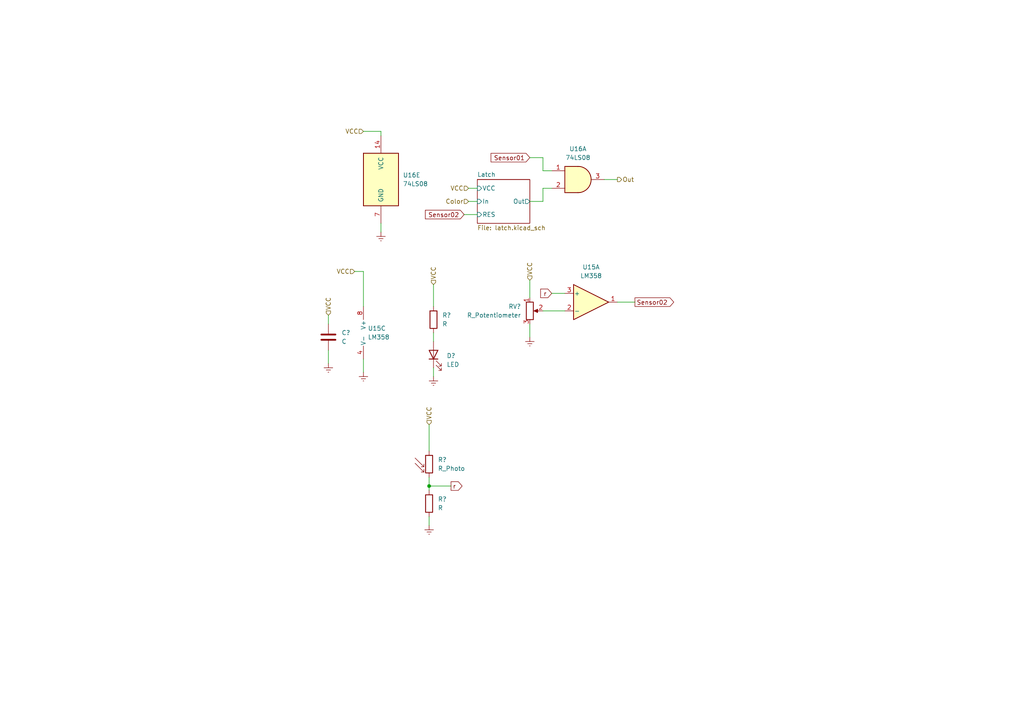
<source format=kicad_sch>
(kicad_sch (version 20230121) (generator eeschema)
  (paper "A4")
  (lib_symbols
    (symbol "74xx:74LS08" (pin_names (offset 1.016))
      (property "Reference" "U" (at 0 1.27 0))
      (property "Value" "74LS08" (at 0 -1.27 0))
      (symbol "74LS08_1_1"
        (arc (start 0 -3.81) (mid 3.7934 0) (end 0 3.81) (stroke (width 0.254)) (fill (type background)))
        (polyline (pts (xy 0 3.81) (xy -3.81 3.81) (xy -3.81 -3.81) (xy 0 -3.81)) (stroke (width 0.254)) (fill (type background)))
        (pin input line (at -7.62 2.54 0) (length 3.81) (name "~") (number "1"))
        (pin input line (at -7.62 -2.54 0) (length 3.81) (name "~") (number "2"))
        (pin output line (at 7.62 0 180) (length 3.81) (name "~") (number "3"))
      )
      (symbol "74LS08_1_2"
        (arc (start -3.81 -3.81) (mid -2.589 0) (end -3.81 3.81) (stroke (width 0.254)))
        (arc (start -0.6096 -3.81) (mid 2.1842 -2.5851) (end 3.81 0) (stroke (width 0.254)) (fill (type background)))
        (polyline (pts (xy -3.81 -3.81) (xy -0.635 -3.81)) (stroke (width 0.254)) (fill (type background)))
        (polyline (pts (xy -3.81 3.81) (xy -0.635 3.81)) (stroke (width 0.254)) (fill (type background)))
        (polyline (pts (xy -0.635 3.81) (xy -3.81 3.81) (xy -3.81 3.81) (xy -3.556 3.4036) (xy -3.0226 2.2606) (xy -2.6924 1.0414) (xy -2.6162 -0.254) (xy -2.7686 -1.4986) (xy -3.175 -2.7178) (xy -3.81 -3.81) (xy -3.81 -3.81) (xy -0.635 -3.81)) (stroke (width -25.4)) (fill (type background)))
        (arc (start 3.81 0) (mid 2.1915 2.5936) (end -0.6096 3.81) (stroke (width 0.254)) (fill (type background)))
        (pin input inverted (at -7.62 2.54 0) (length 4.318) (name "~") (number "1"))
        (pin input inverted (at -7.62 -2.54 0) (length 4.318) (name "~") (number "2"))
        (pin output inverted (at 7.62 0 180) (length 3.81) (name "~") (number "3"))
      )
      (symbol "74LS08_2_1"
        (arc (start 0 -3.81) (mid 3.7934 0) (end 0 3.81) (stroke (width 0.254)) (fill (type background)))
        (polyline (pts (xy 0 3.81) (xy -3.81 3.81) (xy -3.81 -3.81) (xy 0 -3.81)) (stroke (width 0.254)) (fill (type background)))
        (pin input line (at -7.62 2.54 0) (length 3.81) (name "~") (number "4"))
        (pin input line (at -7.62 -2.54 0) (length 3.81) (name "~") (number "5"))
        (pin output line (at 7.62 0 180) (length 3.81) (name "~") (number "6"))
      )
      (symbol "74LS08_2_2"
        (arc (start -3.81 -3.81) (mid -2.589 0) (end -3.81 3.81) (stroke (width 0.254)))
        (arc (start -0.6096 -3.81) (mid 2.1842 -2.5851) (end 3.81 0) (stroke (width 0.254)) (fill (type background)))
        (polyline (pts (xy -3.81 -3.81) (xy -0.635 -3.81)) (stroke (width 0.254)) (fill (type background)))
        (polyline (pts (xy -3.81 3.81) (xy -0.635 3.81)) (stroke (width 0.254)) (fill (type background)))
        (polyline (pts (xy -0.635 3.81) (xy -3.81 3.81) (xy -3.81 3.81) (xy -3.556 3.4036) (xy -3.0226 2.2606) (xy -2.6924 1.0414) (xy -2.6162 -0.254) (xy -2.7686 -1.4986) (xy -3.175 -2.7178) (xy -3.81 -3.81) (xy -3.81 -3.81) (xy -0.635 -3.81)) (stroke (width -25.4)) (fill (type background)))
        (arc (start 3.81 0) (mid 2.1915 2.5936) (end -0.6096 3.81) (stroke (width 0.254)) (fill (type background)))
        (pin input inverted (at -7.62 2.54 0) (length 4.318) (name "~") (number "4"))
        (pin input inverted (at -7.62 -2.54 0) (length 4.318) (name "~") (number "5"))
        (pin output inverted (at 7.62 0 180) (length 3.81) (name "~") (number "6"))
      )
      (symbol "74LS08_3_1"
        (arc (start 0 -3.81) (mid 3.7934 0) (end 0 3.81) (stroke (width 0.254)) (fill (type background)))
        (polyline (pts (xy 0 3.81) (xy -3.81 3.81) (xy -3.81 -3.81) (xy 0 -3.81)) (stroke (width 0.254)) (fill (type background)))
        (pin input line (at -7.62 -2.54 0) (length 3.81) (name "~") (number "10"))
        (pin output line (at 7.62 0 180) (length 3.81) (name "~") (number "8"))
        (pin input line (at -7.62 2.54 0) (length 3.81) (name "~") (number "9"))
      )
      (symbol "74LS08_3_2"
        (arc (start -3.81 -3.81) (mid -2.589 0) (end -3.81 3.81) (stroke (width 0.254)))
        (arc (start -0.6096 -3.81) (mid 2.1842 -2.5851) (end 3.81 0) (stroke (width 0.254)) (fill (type background)))
        (polyline (pts (xy -3.81 -3.81) (xy -0.635 -3.81)) (stroke (width 0.254)) (fill (type background)))
        (polyline (pts (xy -3.81 3.81) (xy -0.635 3.81)) (stroke (width 0.254)) (fill (type background)))
        (polyline (pts (xy -0.635 3.81) (xy -3.81 3.81) (xy -3.81 3.81) (xy -3.556 3.4036) (xy -3.0226 2.2606) (xy -2.6924 1.0414) (xy -2.6162 -0.254) (xy -2.7686 -1.4986) (xy -3.175 -2.7178) (xy -3.81 -3.81) (xy -3.81 -3.81) (xy -0.635 -3.81)) (stroke (width -25.4)) (fill (type background)))
        (arc (start 3.81 0) (mid 2.1915 2.5936) (end -0.6096 3.81) (stroke (width 0.254)) (fill (type background)))
        (pin input inverted (at -7.62 -2.54 0) (length 4.318) (name "~") (number "10"))
        (pin output inverted (at 7.62 0 180) (length 3.81) (name "~") (number "8"))
        (pin input inverted (at -7.62 2.54 0) (length 4.318) (name "~") (number "9"))
      )
      (symbol "74LS08_4_1"
        (arc (start 0 -3.81) (mid 3.7934 0) (end 0 3.81) (stroke (width 0.254)) (fill (type background)))
        (polyline (pts (xy 0 3.81) (xy -3.81 3.81) (xy -3.81 -3.81) (xy 0 -3.81)) (stroke (width 0.254)) (fill (type background)))
        (pin output line (at 7.62 0 180) (length 3.81) (name "~") (number "11"))
        (pin input line (at -7.62 2.54 0) (length 3.81) (name "~") (number "12"))
        (pin input line (at -7.62 -2.54 0) (length 3.81) (name "~") (number "13"))
      )
      (symbol "74LS08_4_2"
        (arc (start -3.81 -3.81) (mid -2.589 0) (end -3.81 3.81) (stroke (width 0.254)))
        (arc (start -0.6096 -3.81) (mid 2.1842 -2.5851) (end 3.81 0) (stroke (width 0.254)) (fill (type background)))
        (polyline (pts (xy -3.81 -3.81) (xy -0.635 -3.81)) (stroke (width 0.254)) (fill (type background)))
        (polyline (pts (xy -3.81 3.81) (xy -0.635 3.81)) (stroke (width 0.254)) (fill (type background)))
        (polyline (pts (xy -0.635 3.81) (xy -3.81 3.81) (xy -3.81 3.81) (xy -3.556 3.4036) (xy -3.0226 2.2606) (xy -2.6924 1.0414) (xy -2.6162 -0.254) (xy -2.7686 -1.4986) (xy -3.175 -2.7178) (xy -3.81 -3.81) (xy -3.81 -3.81) (xy -0.635 -3.81)) (stroke (width -25.4)) (fill (type background)))
        (arc (start 3.81 0) (mid 2.1915 2.5936) (end -0.6096 3.81) (stroke (width 0.254)) (fill (type background)))
        (pin output inverted (at 7.62 0 180) (length 3.81) (name "~") (number "11"))
        (pin input inverted (at -7.62 2.54 0) (length 4.318) (name "~") (number "12"))
        (pin input inverted (at -7.62 -2.54 0) (length 4.318) (name "~") (number "13"))
      )
      (symbol "74LS08_5_0"
        (pin power_in line (at 0 12.7 270) (length 5.08) (name "VCC") (number "14"))
        (pin power_in line (at 0 -12.7 90) (length 5.08) (name "GND") (number "7"))
      )
      (symbol "74LS08_5_1"
        (rectangle (start -5.08 7.62) (end 5.08 -7.62) (stroke (width 0.254)) (fill (type background)))
      )
    )
    (symbol "Amplifier_Operational:LM358" (pin_names (offset 0.127))
      (property "Reference" "U" (at 0 5.08 0))
      (property "Value" "LM358" (at 0 -5.08 0))
      (symbol "LM358_1_1"
        (polyline (pts (xy -5.08 5.08) (xy 5.08 0) (xy -5.08 -5.08) (xy -5.08 5.08)) (stroke (width 0.254)) (fill (type background)))
        (pin output line (at 7.62 0 180) (length 2.54) (name "~") (number "1"))
        (pin input line (at -7.62 -2.54 0) (length 2.54) (name "-") (number "2"))
        (pin input line (at -7.62 2.54 0) (length 2.54) (name "+") (number "3"))
      )
      (symbol "LM358_2_1"
        (polyline (pts (xy -5.08 5.08) (xy 5.08 0) (xy -5.08 -5.08) (xy -5.08 5.08)) (stroke (width 0.254)) (fill (type background)))
        (pin input line (at -7.62 2.54 0) (length 2.54) (name "+") (number "5"))
        (pin input line (at -7.62 -2.54 0) (length 2.54) (name "-") (number "6"))
        (pin output line (at 7.62 0 180) (length 2.54) (name "~") (number "7"))
      )
      (symbol "LM358_3_1"
        (pin power_in line (at -2.54 -7.62 90) (length 3.81) (name "V-") (number "4"))
        (pin power_in line (at -2.54 7.62 270) (length 3.81) (name "V+") (number "8"))
      )
    )
    (symbol "Device:C" (pin_numbers hide) (pin_names (offset 0.254))
      (property "Reference" "C" (at 0.635 2.54 0))
      (property "Value" "C" (at 0.635 -2.54 0))
      (symbol "C_0_1"
        (polyline (pts (xy -2.032 -0.762) (xy 2.032 -0.762)) (stroke (width 0.508)))
        (polyline (pts (xy -2.032 0.762) (xy 2.032 0.762)) (stroke (width 0.508)))
      )
      (symbol "C_1_1"
        (pin passive line (at 0 3.81 270) (length 2.794) (name "~") (number "1"))
        (pin passive line (at 0 -3.81 90) (length 2.794) (name "~") (number "2"))
      )
    )
    (symbol "Device:LED" (pin_numbers hide) (pin_names (offset 1.016) hide)
      (property "Reference" "D" (at 0 2.54 0))
      (property "Value" "LED" (at 0 -2.54 0))
      (symbol "LED_0_1"
        (polyline (pts (xy -1.27 -1.27) (xy -1.27 1.27)) (stroke (width 0.254)))
        (polyline (pts (xy -1.27 0) (xy 1.27 0)))
        (polyline (pts (xy 1.27 -1.27) (xy 1.27 1.27) (xy -1.27 0) (xy 1.27 -1.27)) (stroke (width 0.254)))
        (polyline (pts (xy -3.048 -0.762) (xy -4.572 -2.286) (xy -3.81 -2.286) (xy -4.572 -2.286) (xy -4.572 -1.524)))
        (polyline (pts (xy -1.778 -0.762) (xy -3.302 -2.286) (xy -2.54 -2.286) (xy -3.302 -2.286) (xy -3.302 -1.524)))
      )
      (symbol "LED_1_1"
        (pin passive line (at -3.81 0 0) (length 2.54) (name "K") (number "1"))
        (pin passive line (at 3.81 0 180) (length 2.54) (name "A") (number "2"))
      )
    )
    (symbol "Device:R" (pin_numbers hide) (pin_names (offset 0))
      (property "Reference" "R" (at 2.032 0 90))
      (property "Value" "R" (at 0 0 90))
      (symbol "R_0_1"
        (rectangle (start -1.016 -2.54) (end 1.016 2.54) (stroke (width 0.254)))
      )
      (symbol "R_1_1"
        (pin passive line (at 0 3.81 270) (length 1.27) (name "~") (number "1"))
        (pin passive line (at 0 -3.81 90) (length 1.27) (name "~") (number "2"))
      )
    )
    (symbol "Device:R_Photo" (pin_numbers hide) (pin_names (offset 0))
      (property "Reference" "R" (at 1.27 1.27 0))
      (property "Value" "R_Photo" (at 1.27 0 0))
      (symbol "R_Photo_0_1"
        (rectangle (start -1.016 2.54) (end 1.016 -2.54) (stroke (width 0.254)))
        (polyline (pts (xy -1.524 -2.286) (xy -4.064 0.254)))
        (polyline (pts (xy -1.524 -2.286) (xy -2.286 -2.286)))
        (polyline (pts (xy -1.524 -2.286) (xy -1.524 -1.524)))
        (polyline (pts (xy -1.524 -0.762) (xy -4.064 1.778)))
        (polyline (pts (xy -1.524 -0.762) (xy -2.286 -0.762)))
        (polyline (pts (xy -1.524 -0.762) (xy -1.524 0)))
      )
      (symbol "R_Photo_1_1"
        (pin passive line (at 0 3.81 270) (length 1.27) (name "~") (number "1"))
        (pin passive line (at 0 -3.81 90) (length 1.27) (name "~") (number "2"))
      )
    )
    (symbol "Device:R_Potentiometer" (pin_names (offset 1.016) hide)
      (property "Reference" "RV" (at -4.445 0 90))
      (property "Value" "R_Potentiometer" (at -2.54 0 90))
      (symbol "R_Potentiometer_0_1"
        (polyline (pts (xy 2.54 0) (xy 1.524 0)))
        (polyline (pts (xy 1.143 0) (xy 2.286 0.508) (xy 2.286 -0.508) (xy 1.143 0)) (fill (type outline)))
        (rectangle (start 1.016 2.54) (end -1.016 -2.54) (stroke (width 0.254)))
      )
      (symbol "R_Potentiometer_1_1"
        (pin passive line (at 0 3.81 270) (length 1.27) (name "1") (number "1"))
        (pin passive line (at 3.81 0 180) (length 1.27) (name "2") (number "2"))
        (pin passive line (at 0 -3.81 90) (length 1.27) (name "3") (number "3"))
      )
    )
    (symbol "power:Earth" (power) (pin_names (offset 0))
      (symbol "Earth_0_1"
        (polyline (pts (xy -0.635 -1.905) (xy 0.635 -1.905)))
        (polyline (pts (xy -0.127 -2.54) (xy 0.127 -2.54)))
        (polyline (pts (xy 0 -1.27) (xy 0 0)))
        (polyline (pts (xy 1.27 -1.27) (xy -1.27 -1.27)))
      )
      (symbol "Earth_1_1"
        (pin power_in line (at 0 0 270) (length 0) hide (name "Earth") (number "1"))
      )
    )
  )
  (junction (at 124.46 140.97))
  (wire (pts (xy 125.73 96.52) (xy 125.73 99.06)))
  (wire (pts (xy 153.67 93.98) (xy 153.67 97.79)))
  (wire (pts (xy 157.48 45.72) (xy 157.48 49.53)))
  (wire (pts (xy 105.41 78.74) (xy 105.41 88.9)))
  (wire (pts (xy 157.48 58.42) (xy 153.67 58.42)))
  (wire (pts (xy 124.46 123.19) (xy 124.46 130.81)))
  (wire (pts (xy 135.89 54.61) (xy 138.43 54.61)))
  (wire (pts (xy 124.46 140.97) (xy 124.46 142.24)))
  (wire (pts (xy 175.26 52.07) (xy 179.07 52.07)))
  (wire (pts (xy 124.46 149.86) (xy 124.46 152.4)))
  (wire (pts (xy 157.48 54.61) (xy 157.48 58.42)))
  (wire (pts (xy 105.41 104.14) (xy 105.41 107.95)))
  (wire (pts (xy 134.62 62.23) (xy 138.43 62.23)))
  (wire (pts (xy 157.48 49.53) (xy 160.02 49.53)))
  (wire (pts (xy 125.73 82.55) (xy 125.73 88.9)))
  (wire (pts (xy 135.89 58.42) (xy 138.43 58.42)))
  (wire (pts (xy 160.02 54.61) (xy 157.48 54.61)))
  (wire (pts (xy 110.49 64.77) (xy 110.49 67.31)))
  (wire (pts (xy 124.46 140.97) (xy 130.81 140.97)))
  (wire (pts (xy 153.67 45.72) (xy 157.48 45.72)))
  (wire (pts (xy 102.87 78.74) (xy 105.41 78.74)))
  (wire (pts (xy 95.25 101.6) (xy 95.25 105.41)))
  (wire (pts (xy 110.49 38.1) (xy 110.49 39.37)))
  (wire (pts (xy 179.07 87.63) (xy 184.15 87.63)))
  (wire (pts (xy 125.73 106.68) (xy 125.73 109.22)))
  (wire (pts (xy 157.48 90.17) (xy 163.83 90.17)))
  (wire (pts (xy 95.25 91.44) (xy 95.25 93.98)))
  (wire (pts (xy 160.02 85.09) (xy 163.83 85.09)))
  (wire (pts (xy 105.41 38.1) (xy 110.49 38.1)))
  (wire (pts (xy 153.67 81.28) (xy 153.67 86.36)))
  (wire (pts (xy 124.46 138.43) (xy 124.46 140.97)))
  (global_label "r" (shape output) (at 130.81 140.97 0) (property "Intersheetrefs" "${INTERSHEET_REFS}" (effects hide)))
  (global_label "Sensor01" (shape input) (at 153.67 45.72 180) (property "Intersheetrefs" "${INTERSHEET_REFS}" (effects hide)))
  (global_label "r" (shape input) (at 160.02 85.09 180) (property "Intersheetrefs" "${INTERSHEET_REFS}" (effects hide)))
  (global_label "Sensor02" (shape input) (at 134.62 62.23 180) (property "Intersheetrefs" "${INTERSHEET_REFS}" (effects hide)))
  (global_label "Sensor02" (shape output) (at 184.15 87.63 0) (property "Intersheetrefs" "${INTERSHEET_REFS}" (effects hide)))
  (hierarchical_label "VCC" (shape input) (at 124.46 123.19 90))
  (hierarchical_label "VCC" (shape input) (at 102.87 78.74 180))
  (hierarchical_label "VCC" (shape input) (at 135.89 54.61 180))
  (hierarchical_label "Color" (shape input) (at 135.89 58.42 180))
  (hierarchical_label "VCC" (shape input) (at 125.73 82.55 90))
  (hierarchical_label "Out" (shape output) (at 179.07 52.07 0))
  (hierarchical_label "VCC" (shape input) (at 105.41 38.1 180))
  (hierarchical_label "VCC" (shape input) (at 95.25 91.44 90))
  (hierarchical_label "VCC" (shape input) (at 153.67 81.28 90))
  (symbol (lib_id "power:Earth") (at 110.49 67.31 0) (unit 1)
    (property "Reference" "#PWR025" (effects hide))
    (property "Value" "Earth" (effects hide))
    (instances (project "color-sorter" (path "" (reference "#PWR025") (unit 1)) (path "" (reference "#PWR032") (unit 1)) (path "" (reference "#PWR039") (unit 1)) (path "" (reference "#PWR046") (unit 1)) (path "" (reference "#PWR053") (unit 1))))
  )
  (symbol (lib_id "power:Earth") (at 124.46 152.4 0) (unit 1)
    (property "Reference" "#PWR?" (effects hide))
    (property "Value" "Earth" (effects hide))
    (instances (project "color-sorter" (path "" (reference "#PWR?") (unit 1)) (path "" (reference "#PWR026") (unit 1)) (path "" (reference "#PWR033") (unit 1)) (path "" (reference "#PWR040") (unit 1)) (path "" (reference "#PWR047") (unit 1)) (path "" (reference "#PWR054") (unit 1))))
  )
  (symbol (lib_id "power:Earth") (at 95.25 105.41 0) (unit 1)
    (property "Reference" "#PWR?" (effects hide))
    (property "Value" "Earth" (effects hide))
    (instances (project "color-sorter" (path "" (reference "#PWR?") (unit 1)) (path "" (reference "#PWR?") (unit 1)) (path "" (reference "#PWR023") (unit 1)) (path "" (reference "#PWR030") (unit 1)) (path "" (reference "#PWR037") (unit 1)) (path "" (reference "#PWR044") (unit 1)) (path "" (reference "#PWR051") (unit 1))))
  )
  (symbol (lib_id "Device:C") (at 95.25 97.79 0) (unit 1)
    (property "Reference" "C?" (at 99.06 96.52 0) (effects (justify left)))
    (property "Value" "C" (at 99.06 99.06 0) (effects (justify left)))
    (instances (project "color-sorter" (path "" (reference "C?") (unit 1)) (path "" (reference "C?") (unit 1)) (path "" (reference "C5") (unit 1)) (path "" (reference "C6") (unit 1)) (path "" (reference "C7") (unit 1)) (path "" (reference "C8") (unit 1)) (path "" (reference "C9") (unit 1))))
  )
  (symbol (lib_id "power:Earth") (at 105.41 107.95 0) (unit 1)
    (property "Reference" "#PWR?" (effects hide))
    (property "Value" "Earth" (effects hide))
    (instances (project "color-sorter" (path "" (reference "#PWR?") (unit 1)) (path "" (reference "#PWR024") (unit 1)) (path "" (reference "#PWR031") (unit 1)) (path "" (reference "#PWR038") (unit 1)) (path "" (reference "#PWR045") (unit 1)) (path "" (reference "#PWR052") (unit 1))))
  )
  (symbol (lib_id "Device:LED") (at 125.73 102.87 90) (unit 1)
    (property "Reference" "D?" (at 129.54 103.1875 90) (effects (justify right)))
    (property "Value" "LED" (at 129.54 105.7275 90) (effects (justify right)))
    (instances (project "color-sorter" (path "" (reference "D?") (unit 1)) (path "" (reference "D4") (unit 1)) (path "" (reference "D5") (unit 1)) (path "" (reference "D6") (unit 1)) (path "" (reference "D7") (unit 1)) (path "" (reference "D8") (unit 1))))
  )
  (symbol (lib_id "Device:R") (at 124.46 146.05 0) (unit 1)
    (property "Reference" "R?" (at 127 144.78 0) (effects (justify left)))
    (property "Value" "R" (at 127 147.32 0) (effects (justify left)))
    (instances (project "color-sorter" (path "" (reference "R?") (unit 1)) (path "" (reference "R11") (unit 1)) (path "" (reference "R14") (unit 1)) (path "" (reference "R17") (unit 1)) (path "" (reference "R20") (unit 1)) (path "" (reference "R23") (unit 1))))
  )
  (symbol (lib_id "Device:R_Potentiometer") (at 153.67 90.17 0) (unit 1)
    (property "Reference" "RV?" (at 151.13 88.9 0) (effects (justify right)))
    (property "Value" "R_Potentiometer" (at 151.13 91.44 0) (effects (justify right)))
    (instances (project "color-sorter" (path "" (reference "RV?") (unit 1)) (path "" (reference "RV4") (unit 1)) (path "" (reference "RV5") (unit 1)) (path "" (reference "RV6") (unit 1)) (path "" (reference "RV7") (unit 1)) (path "" (reference "RV8") (unit 1))))
  )
  (symbol (lib_id "74xx:74LS08") (at 110.49 52.07 0) (unit 5)
    (property "Reference" "U16" (at 116.84 50.8 0) (effects (justify left)))
    (property "Value" "74LS08" (at 116.84 53.34 0) (effects (justify left)))
    (property "Datasheet" "http://www.ti.com/lit/gpn/sn74LS08" (effects hide))
    (instances (project "color-sorter" (path "" (reference "U16") (unit 5)) (path "" (reference "U19") (unit 5)) (path "" (reference "U22") (unit 5)) (path "" (reference "U25") (unit 5)) (path "" (reference "U28") (unit 5))))
  )
  (symbol (lib_id "power:Earth") (at 153.67 97.79 0) (unit 1)
    (property "Reference" "#PWR?" (effects hide))
    (property "Value" "Earth" (effects hide))
    (instances (project "color-sorter" (path "" (reference "#PWR?") (unit 1)) (path "" (reference "#PWR028") (unit 1)) (path "" (reference "#PWR035") (unit 1)) (path "" (reference "#PWR042") (unit 1)) (path "" (reference "#PWR049") (unit 1)) (path "" (reference "#PWR056") (unit 1))))
  )
  (symbol (lib_id "Device:R_Photo") (at 124.46 134.62 0) (unit 1)
    (property "Reference" "R?" (at 127 133.35 0) (effects (justify left)))
    (property "Value" "R_Photo" (at 127 135.89 0) (effects (justify left)))
    (instances (project "color-sorter" (path "" (reference "R?") (unit 1)) (path "" (reference "R10") (unit 1)) (path "" (reference "R13") (unit 1)) (path "" (reference "R16") (unit 1)) (path "" (reference "R19") (unit 1)) (path "" (reference "R22") (unit 1))))
  )
  (symbol (lib_id "Amplifier_Operational:LM358") (at 107.95 96.52 0) (unit 3)
    (property "Reference" "U15" (at 106.68 95.25 0) (effects (justify left)))
    (property "Value" "LM358" (at 106.68 97.79 0) (effects (justify left)))
    (property "Datasheet" "http://www.ti.com/lit/ds/symlink/lm2904-n.pdf" (effects hide))
    (instances (project "color-sorter" (path "" (reference "U15") (unit 3)) (path "" (reference "U18") (unit 3)) (path "" (reference "U21") (unit 3)) (path "" (reference "U24") (unit 3)) (path "" (reference "U27") (unit 3))))
  )
  (symbol (lib_id "power:Earth") (at 125.73 109.22 0) (unit 1)
    (property "Reference" "#PWR?" (effects hide))
    (property "Value" "Earth" (effects hide))
    (instances (project "color-sorter" (path "" (reference "#PWR?") (unit 1)) (path "" (reference "#PWR027") (unit 1)) (path "" (reference "#PWR034") (unit 1)) (path "" (reference "#PWR041") (unit 1)) (path "" (reference "#PWR048") (unit 1)) (path "" (reference "#PWR055") (unit 1))))
  )
  (symbol (lib_id "Device:R") (at 125.73 92.71 0) (unit 1)
    (property "Reference" "R?" (at 128.27 91.44 0) (effects (justify left)))
    (property "Value" "R" (at 128.27 93.98 0) (effects (justify left)))
    (instances (project "color-sorter" (path "" (reference "R?") (unit 1)) (path "" (reference "R12") (unit 1)) (path "" (reference "R15") (unit 1)) (path "" (reference "R18") (unit 1)) (path "" (reference "R21") (unit 1)) (path "" (reference "R24") (unit 1))))
  )
  (symbol (lib_id "74xx:74LS08") (at 167.64 52.07 0) (unit 1)
    (property "Reference" "U16" (at 167.6317 43.18 0))
    (property "Value" "74LS08" (at 167.6317 45.72 0))
    (property "Datasheet" "http://www.ti.com/lit/gpn/sn74LS08" (effects hide))
    (instances (project "color-sorter" (path "" (reference "U16") (unit 1)) (path "" (reference "U19") (unit 1)) (path "" (reference "U22") (unit 1)) (path "" (reference "U25") (unit 1)) (path "" (reference "U28") (unit 1))))
  )
  (symbol (lib_id "Amplifier_Operational:LM358") (at 171.45 87.63 0) (unit 1)
    (property "Reference" "U15" (at 171.45 77.47 0))
    (property "Value" "LM358" (at 171.45 80.01 0))
    (property "Datasheet" "http://www.ti.com/lit/ds/symlink/lm2904-n.pdf" (effects hide))
    (instances (project "color-sorter" (path "" (reference "U15") (unit 1)) (path "" (reference "U18") (unit 1)) (path "" (reference "U21") (unit 1)) (path "" (reference "U24") (unit 1)) (path "" (reference "U27") (unit 1))))
  )
  (sheet (at 138.43 52.07) (size 15.24 12.7) (stroke (width 0.1524))
    (property "Sheetname" "Latch" (at 138.43 51.3584 0) (effects (justify left bottom)))
    (property "Sheetfile" "latch.kicad_sch" (at 138.43 65.3546 0) (effects (justify left top)))
    (pin "RES" input (at 138.43 62.23 180))
    (pin "VCC" input (at 138.43 54.61 180))
    (pin "In" input (at 138.43 58.42 180))
    (pin "Out" output (at 153.67 58.42 0))
  )
)
</source>
